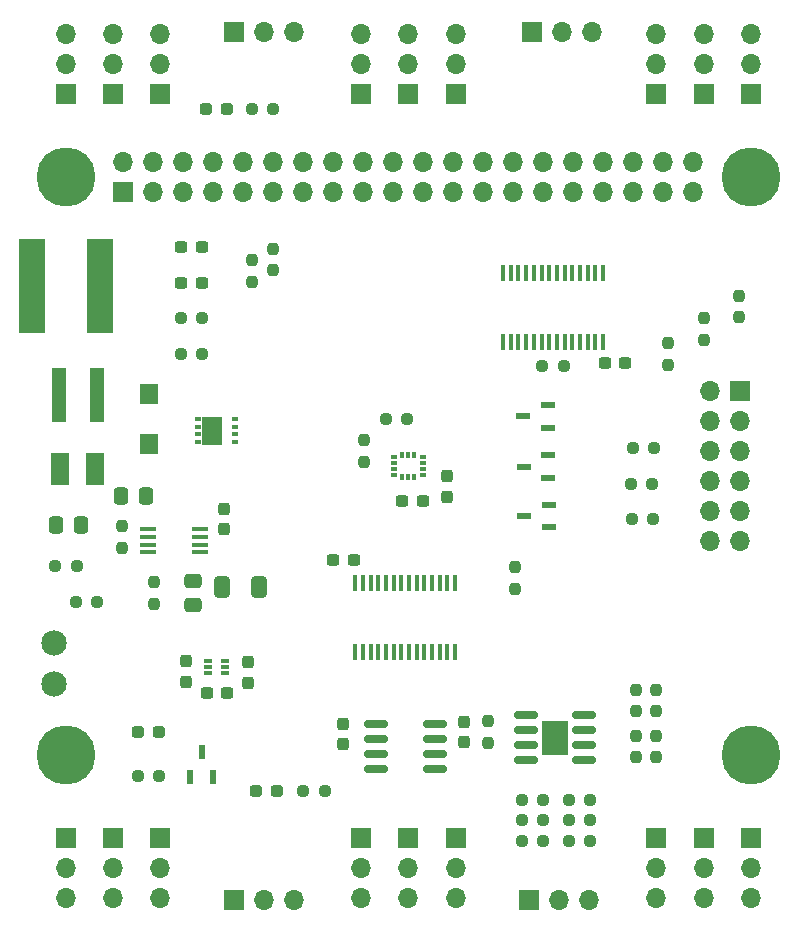
<source format=gbr>
%TF.GenerationSoftware,KiCad,Pcbnew,8.0.6-8.0.6-0~ubuntu24.04.1*%
%TF.CreationDate,2024-11-11T20:35:34-05:00*%
%TF.ProjectId,Hexapod_bot,48657861-706f-4645-9f62-6f742e6b6963,rev?*%
%TF.SameCoordinates,Original*%
%TF.FileFunction,Soldermask,Top*%
%TF.FilePolarity,Negative*%
%FSLAX46Y46*%
G04 Gerber Fmt 4.6, Leading zero omitted, Abs format (unit mm)*
G04 Created by KiCad (PCBNEW 8.0.6-8.0.6-0~ubuntu24.04.1) date 2024-11-11 20:35:34*
%MOMM*%
%LPD*%
G01*
G04 APERTURE LIST*
G04 Aperture macros list*
%AMRoundRect*
0 Rectangle with rounded corners*
0 $1 Rounding radius*
0 $2 $3 $4 $5 $6 $7 $8 $9 X,Y pos of 4 corners*
0 Add a 4 corners polygon primitive as box body*
4,1,4,$2,$3,$4,$5,$6,$7,$8,$9,$2,$3,0*
0 Add four circle primitives for the rounded corners*
1,1,$1+$1,$2,$3*
1,1,$1+$1,$4,$5*
1,1,$1+$1,$6,$7*
1,1,$1+$1,$8,$9*
0 Add four rect primitives between the rounded corners*
20,1,$1+$1,$2,$3,$4,$5,0*
20,1,$1+$1,$4,$5,$6,$7,0*
20,1,$1+$1,$6,$7,$8,$9,0*
20,1,$1+$1,$8,$9,$2,$3,0*%
G04 Aperture macros list end*
%ADD10RoundRect,0.237500X-0.237500X0.300000X-0.237500X-0.300000X0.237500X-0.300000X0.237500X0.300000X0*%
%ADD11R,1.600200X2.692400*%
%ADD12RoundRect,0.250000X-0.337500X-0.475000X0.337500X-0.475000X0.337500X0.475000X-0.337500X0.475000X0*%
%ADD13R,1.700000X1.700000*%
%ADD14O,1.700000X1.700000*%
%ADD15RoundRect,0.237500X-0.237500X0.250000X-0.237500X-0.250000X0.237500X-0.250000X0.237500X0.250000X0*%
%ADD16R,1.270000X0.558800*%
%ADD17RoundRect,0.250000X0.475000X-0.337500X0.475000X0.337500X-0.475000X0.337500X-0.475000X-0.337500X0*%
%ADD18RoundRect,0.237500X0.250000X0.237500X-0.250000X0.237500X-0.250000X-0.237500X0.250000X-0.237500X0*%
%ADD19RoundRect,0.237500X0.237500X-0.250000X0.237500X0.250000X-0.237500X0.250000X-0.237500X-0.250000X0*%
%ADD20R,1.625600X1.727200*%
%ADD21R,1.295400X4.597400*%
%ADD22RoundRect,0.237500X-0.250000X-0.237500X0.250000X-0.237500X0.250000X0.237500X-0.250000X0.237500X0*%
%ADD23RoundRect,0.150000X-0.825000X-0.150000X0.825000X-0.150000X0.825000X0.150000X-0.825000X0.150000X0*%
%ADD24C,2.154000*%
%ADD25RoundRect,0.237500X0.300000X0.237500X-0.300000X0.237500X-0.300000X-0.237500X0.300000X-0.237500X0*%
%ADD26R,0.670001X0.299999*%
%ADD27RoundRect,0.237500X-0.300000X-0.237500X0.300000X-0.237500X0.300000X0.237500X-0.300000X0.237500X0*%
%ADD28C,2.900000*%
%ADD29C,5.000000*%
%ADD30RoundRect,0.237500X0.237500X-0.300000X0.237500X0.300000X-0.237500X0.300000X-0.237500X-0.300000X0*%
%ADD31R,0.576580X0.351536*%
%ADD32R,0.351536X0.576580*%
%ADD33R,0.558800X1.270000*%
%ADD34R,0.609600X0.304800*%
%ADD35R,1.778000X2.438400*%
%ADD36R,2.209800X8.001000*%
%ADD37R,1.371600X0.457200*%
%ADD38R,0.355600X1.473200*%
%ADD39RoundRect,0.237500X-0.287500X-0.237500X0.287500X-0.237500X0.287500X0.237500X-0.287500X0.237500X0*%
%ADD40RoundRect,0.237500X0.287500X0.237500X-0.287500X0.237500X-0.287500X-0.237500X0.287500X-0.237500X0*%
%ADD41RoundRect,0.250000X0.337500X0.475000X-0.337500X0.475000X-0.337500X-0.475000X0.337500X-0.475000X0*%
%ADD42RoundRect,0.250000X-0.412500X-0.650000X0.412500X-0.650000X0.412500X0.650000X-0.412500X0.650000X0*%
%ADD43R,2.290000X3.000000*%
G04 APERTURE END LIST*
D10*
%TO.C,C11*%
X33750000Y-46137500D03*
X33750000Y-47862500D03*
%TD*%
D11*
%TO.C,C2*%
X-498600Y-24750000D03*
X2498600Y-24750000D03*
%TD*%
D10*
%TO.C,C3*%
X10200000Y-41037500D03*
X10200000Y-42762500D03*
%TD*%
D12*
%TO.C,C5*%
X-825000Y-29500000D03*
X1250000Y-29500000D03*
%TD*%
D13*
%TO.C,J21*%
X58000000Y-56000000D03*
D14*
X58000000Y-58540000D03*
X58000000Y-61080000D03*
%TD*%
D15*
%TO.C,R1*%
X15750000Y-7087500D03*
X15750000Y-8912500D03*
%TD*%
D16*
%TO.C,Q3*%
X40832800Y-25500000D03*
X40832800Y-23595000D03*
X38750000Y-24547500D03*
%TD*%
D17*
%TO.C,C8*%
X10750000Y-36287500D03*
X10750000Y-34212500D03*
%TD*%
D18*
%TO.C,R22*%
X40412500Y-56250000D03*
X38587500Y-56250000D03*
%TD*%
D19*
%TO.C,R45*%
X54000000Y-13825000D03*
X54000000Y-12000000D03*
%TD*%
D13*
%TO.C,J17*%
X29000000Y-56000000D03*
D14*
X29000000Y-58540000D03*
X29000000Y-61080000D03*
%TD*%
D20*
%TO.C,D3*%
X7000000Y-18366400D03*
X7000000Y-22633600D03*
%TD*%
D15*
%TO.C,R14*%
X7500000Y-34337500D03*
X7500000Y-36162500D03*
%TD*%
D13*
%TO.C,J13*%
X0Y-56000000D03*
D14*
X0Y-58540000D03*
X0Y-61080000D03*
%TD*%
D19*
%TO.C,R11*%
X4750000Y-31412500D03*
X4750000Y-29587500D03*
%TD*%
D18*
%TO.C,R51*%
X11550000Y-15000000D03*
X9725000Y-15000000D03*
%TD*%
D21*
%TO.C,L1*%
X2600200Y-18500000D03*
X-600200Y-18500000D03*
%TD*%
D22*
%TO.C,R24*%
X38587500Y-54500000D03*
X40412500Y-54500000D03*
%TD*%
%TO.C,R49*%
X27087500Y-20500000D03*
X28912500Y-20500000D03*
%TD*%
%TO.C,R20*%
X42587500Y-56250000D03*
X44412500Y-56250000D03*
%TD*%
D13*
%TO.C,J7*%
X25000000Y7000000D03*
D14*
X25000000Y9540000D03*
X25000000Y12080000D03*
%TD*%
D22*
%TO.C,R12*%
X-912500Y-33000000D03*
X912500Y-33000000D03*
%TD*%
D15*
%TO.C,R23*%
X35750000Y-46087500D03*
X35750000Y-47912500D03*
%TD*%
D23*
%TO.C,U4*%
X26275000Y-46345000D03*
X26275000Y-47615000D03*
X26275000Y-48885000D03*
X26275000Y-50155000D03*
X31225000Y-50155000D03*
X31225000Y-48885000D03*
X31225000Y-47615000D03*
X31225000Y-46345000D03*
%TD*%
D18*
%TO.C,R41*%
X49750000Y-29000000D03*
X47925000Y-29000000D03*
%TD*%
D13*
%TO.C,J16*%
X25000000Y-56000000D03*
D14*
X25000000Y-58540000D03*
X25000000Y-61080000D03*
%TD*%
D24*
%TO.C,J3*%
X-1000000Y-43000000D03*
X-1000000Y-39500000D03*
%TD*%
D13*
%TO.C,J24*%
X14225000Y-61225000D03*
D14*
X16765000Y-61225000D03*
X19305000Y-61225000D03*
%TD*%
D25*
%TO.C,C14*%
X24362500Y-32500000D03*
X22637500Y-32500000D03*
%TD*%
D19*
%TO.C,R2*%
X17500000Y-7912500D03*
X17500000Y-6087500D03*
%TD*%
D26*
%TO.C,U2*%
X12019998Y-40999999D03*
X12019998Y-41499998D03*
X12019998Y-42000000D03*
X13500000Y-42000000D03*
X13500000Y-41499998D03*
X13500000Y-40999999D03*
%TD*%
D22*
%TO.C,R10*%
X6087500Y-50750000D03*
X7912500Y-50750000D03*
%TD*%
%TO.C,R28*%
X38587500Y-52750000D03*
X40412500Y-52750000D03*
%TD*%
D16*
%TO.C,Q2*%
X40874200Y-29702500D03*
X40874200Y-27797500D03*
X38791400Y-28750000D03*
%TD*%
D15*
%TO.C,R21*%
X50000000Y-47337500D03*
X50000000Y-49162500D03*
%TD*%
D22*
%TO.C,R3*%
X15750000Y5750000D03*
X17575000Y5750000D03*
%TD*%
D13*
%TO.C,J11*%
X54000000Y7000000D03*
D14*
X54000000Y9540000D03*
X54000000Y12080000D03*
%TD*%
D19*
%TO.C,R50*%
X25250000Y-24162500D03*
X25250000Y-22337500D03*
%TD*%
D27*
%TO.C,C15*%
X28500000Y-27500000D03*
X30225000Y-27500000D03*
%TD*%
D13*
%TO.C,J9*%
X33000000Y7000000D03*
D14*
X33000000Y9540000D03*
X33000000Y12080000D03*
%TD*%
D22*
%TO.C,R25*%
X42587500Y-54500000D03*
X44412500Y-54500000D03*
%TD*%
%TO.C,R16*%
X9725000Y-12000000D03*
X11550000Y-12000000D03*
%TD*%
D15*
%TO.C,R19*%
X50000000Y-43425000D03*
X50000000Y-45250000D03*
%TD*%
D19*
%TO.C,R44*%
X51000000Y-15912500D03*
X51000000Y-14087500D03*
%TD*%
D10*
%TO.C,C12*%
X23500000Y-46337500D03*
X23500000Y-48062500D03*
%TD*%
D13*
%TO.C,J8*%
X29000000Y7000000D03*
D14*
X29000000Y9540000D03*
X29000000Y12080000D03*
%TD*%
D28*
%TO.C,H4*%
X58000000Y-49000000D03*
D29*
X58000000Y-49000000D03*
%TD*%
D30*
%TO.C,C1*%
X13409600Y-29862500D03*
X13409600Y-28137500D03*
%TD*%
D28*
%TO.C,H1*%
X0Y0D03*
D29*
X0Y0D03*
%TD*%
D13*
%TO.C,J12*%
X58000000Y7000000D03*
D14*
X58000000Y9540000D03*
X58000000Y12080000D03*
%TD*%
D31*
%TO.C,U8*%
X27789700Y-23749999D03*
X27789700Y-24250000D03*
X27789700Y-24750000D03*
X27789700Y-25250001D03*
D32*
X28500001Y-25456300D03*
X29000000Y-25456300D03*
X29499999Y-25456300D03*
D31*
X30210300Y-25250001D03*
X30210300Y-24750000D03*
X30210300Y-24250000D03*
X30210300Y-23749999D03*
D32*
X29499999Y-23543700D03*
X29000000Y-23543700D03*
X28500001Y-23543700D03*
%TD*%
D33*
%TO.C,Q1*%
X10547500Y-50832800D03*
X12452500Y-50832800D03*
X11500000Y-48750000D03*
%TD*%
D13*
%TO.C,J22*%
X14225000Y12275000D03*
D14*
X16765000Y12275000D03*
X19305000Y12275000D03*
%TD*%
D18*
%TO.C,R27*%
X44412500Y-52750000D03*
X42587500Y-52750000D03*
%TD*%
D27*
%TO.C,C13*%
X47362500Y-15750000D03*
X45637500Y-15750000D03*
%TD*%
%TO.C,C9*%
X9775000Y-9000000D03*
X11500000Y-9000000D03*
%TD*%
D19*
%TO.C,R46*%
X57000000Y-11912500D03*
X57000000Y-10087500D03*
%TD*%
D18*
%TO.C,R18*%
X21912500Y-52000000D03*
X20087500Y-52000000D03*
%TD*%
D15*
%TO.C,R48*%
X38000000Y-33087500D03*
X38000000Y-34912500D03*
%TD*%
D28*
%TO.C,H2*%
X58000000Y0D03*
D29*
X58000000Y0D03*
%TD*%
D27*
%TO.C,C10*%
X9775000Y-6000000D03*
X11500000Y-6000000D03*
%TD*%
D34*
%TO.C,U3*%
X14299400Y-22474999D03*
X14299400Y-21825001D03*
X14299400Y-21174999D03*
X14299400Y-20525001D03*
X11200600Y-20525001D03*
X11200600Y-21174999D03*
X11200600Y-21825001D03*
X11200600Y-22474999D03*
D35*
X12394400Y-21500000D03*
%TD*%
D36*
%TO.C,L2*%
X2857500Y-9250000D03*
X-2857500Y-9250000D03*
%TD*%
D37*
%TO.C,U1*%
X6962500Y-29850002D03*
X6962500Y-30500000D03*
X6962500Y-31150002D03*
X6962500Y-31800000D03*
X11356700Y-31800000D03*
X11356700Y-31150002D03*
X11356700Y-30500000D03*
X11356700Y-29850002D03*
%TD*%
D13*
%TO.C,J4*%
X0Y7000000D03*
D14*
X0Y9540000D03*
X0Y12080000D03*
%TD*%
D13*
%TO.C,J20*%
X54000000Y-56000000D03*
D14*
X54000000Y-58540000D03*
X54000000Y-61080000D03*
%TD*%
D38*
%TO.C,U7*%
X24500001Y-40250000D03*
X25150002Y-40250000D03*
X25800001Y-40250000D03*
X26450002Y-40250000D03*
X27100000Y-40250000D03*
X27750002Y-40250000D03*
X28400000Y-40250000D03*
X29049999Y-40250000D03*
X29700000Y-40250000D03*
X30349999Y-40250000D03*
X31000000Y-40250000D03*
X31649999Y-40250000D03*
X32300000Y-40250000D03*
X32949999Y-40250000D03*
X32950001Y-34408000D03*
X32300000Y-34408000D03*
X31650001Y-34408000D03*
X31000000Y-34408000D03*
X30350002Y-34408000D03*
X29700000Y-34408000D03*
X29050002Y-34408000D03*
X28400000Y-34408000D03*
X27750002Y-34408000D03*
X27100000Y-34408000D03*
X26450002Y-34408000D03*
X25800001Y-34408000D03*
X25150002Y-34408000D03*
X24500001Y-34408000D03*
%TD*%
D39*
%TO.C,D1*%
X11875000Y5750000D03*
X13625000Y5750000D03*
%TD*%
D13*
%TO.C,J18*%
X33000000Y-56000000D03*
D14*
X33000000Y-58540000D03*
X33000000Y-61080000D03*
%TD*%
D40*
%TO.C,D2*%
X7875000Y-47000000D03*
X6125000Y-47000000D03*
%TD*%
D41*
%TO.C,C6*%
X6750000Y-27000000D03*
X4675000Y-27000000D03*
%TD*%
D18*
%TO.C,R42*%
X49662500Y-26000000D03*
X47837500Y-26000000D03*
%TD*%
D15*
%TO.C,R17*%
X48250000Y-43425000D03*
X48250000Y-45250000D03*
%TD*%
D10*
%TO.C,C16*%
X32250000Y-25387500D03*
X32250000Y-27112500D03*
%TD*%
D13*
%TO.C,J25*%
X39225000Y-61225000D03*
D14*
X41765000Y-61225000D03*
X44305000Y-61225000D03*
%TD*%
D13*
%TO.C,J5*%
X4000000Y7000000D03*
D14*
X4000000Y9540000D03*
X4000000Y12080000D03*
%TD*%
D13*
%TO.C,J15*%
X8000000Y-56000000D03*
D14*
X8000000Y-58540000D03*
X8000000Y-61080000D03*
%TD*%
D13*
%TO.C,J6*%
X8000000Y7000000D03*
D14*
X8000000Y9540000D03*
X8000000Y12080000D03*
%TD*%
D28*
%TO.C,H3*%
X0Y-49000000D03*
D29*
X0Y-49000000D03*
%TD*%
D18*
%TO.C,R43*%
X48000000Y-23000000D03*
X49825000Y-23000000D03*
%TD*%
D14*
%TO.C,J2*%
X54500000Y-30875000D03*
X57040000Y-30875000D03*
X54500000Y-28335000D03*
X57040000Y-28335000D03*
X54500000Y-25795000D03*
X57040000Y-25795000D03*
X54500000Y-23255000D03*
X57040000Y-23255000D03*
X54500000Y-20715000D03*
X57040000Y-20715000D03*
X54500000Y-18175000D03*
D13*
X57040000Y-18175000D03*
%TD*%
D18*
%TO.C,R47*%
X40337500Y-16000000D03*
X42162500Y-16000000D03*
%TD*%
D39*
%TO.C,D4*%
X16125000Y-52000000D03*
X17875000Y-52000000D03*
%TD*%
D42*
%TO.C,R15*%
X13187500Y-34750000D03*
X16312500Y-34750000D03*
%TD*%
D25*
%TO.C,C7*%
X13662500Y-43700000D03*
X11937500Y-43700000D03*
%TD*%
D13*
%TO.C,J23*%
X39500000Y12250000D03*
D14*
X42040000Y12250000D03*
X44580000Y12250000D03*
%TD*%
D13*
%TO.C,J10*%
X50000000Y7000000D03*
D14*
X50000000Y9540000D03*
X50000000Y12080000D03*
%TD*%
D13*
%TO.C,J1*%
X4870000Y-1290000D03*
D14*
X4870000Y1250000D03*
X7410000Y-1290000D03*
X7410000Y1250000D03*
X9950000Y-1290000D03*
X9950000Y1250000D03*
X12490000Y-1290000D03*
X12490000Y1250000D03*
X15030000Y-1290000D03*
X15030000Y1250000D03*
X17570000Y-1290000D03*
X17570000Y1250000D03*
X20110000Y-1290000D03*
X20110000Y1250000D03*
X22650000Y-1290000D03*
X22650000Y1250000D03*
X25190000Y-1290000D03*
X25190000Y1250000D03*
X27730000Y-1290000D03*
X27730000Y1250000D03*
X30270000Y-1290000D03*
X30270000Y1250000D03*
X32810000Y-1290000D03*
X32810000Y1250000D03*
X35350000Y-1290000D03*
X35350000Y1250000D03*
X37890000Y-1290000D03*
X37890000Y1250000D03*
X40430000Y-1290000D03*
X40430000Y1250000D03*
X42970000Y-1290000D03*
X42970000Y1250000D03*
X45510000Y-1290000D03*
X45510000Y1250000D03*
X48050000Y-1290000D03*
X48050000Y1250000D03*
X50590000Y-1290000D03*
X50590000Y1250000D03*
X53130000Y-1290000D03*
X53130000Y1250000D03*
%TD*%
D10*
%TO.C,C4*%
X15400000Y-41137500D03*
X15400000Y-42862500D03*
%TD*%
D13*
%TO.C,J19*%
X50000000Y-56000000D03*
D14*
X50000000Y-58540000D03*
X50000000Y-61080000D03*
%TD*%
D15*
%TO.C,R26*%
X48250000Y-47337500D03*
X48250000Y-49162500D03*
%TD*%
D38*
%TO.C,U6*%
X45475000Y-14000000D03*
X44824999Y-14000000D03*
X44175000Y-14000000D03*
X43524999Y-14000000D03*
X42875001Y-14000000D03*
X42224999Y-14000000D03*
X41575001Y-14000000D03*
X40924999Y-14000000D03*
X40275001Y-14000000D03*
X39624999Y-14000000D03*
X38975001Y-14000000D03*
X38325000Y-14000000D03*
X37675001Y-14000000D03*
X37025000Y-14000000D03*
X37025002Y-8158000D03*
X37675001Y-8158000D03*
X38325002Y-8158000D03*
X38975001Y-8158000D03*
X39625002Y-8158000D03*
X40275001Y-8158000D03*
X40925002Y-8158000D03*
X41575001Y-8158000D03*
X42224999Y-8158000D03*
X42875001Y-8158000D03*
X43524999Y-8158000D03*
X44175000Y-8158000D03*
X44824999Y-8158000D03*
X45475000Y-8158000D03*
%TD*%
D16*
%TO.C,Q4*%
X40791400Y-21250000D03*
X40791400Y-19345000D03*
X38708600Y-20297500D03*
%TD*%
D23*
%TO.C,U5*%
X38955000Y-45595000D03*
X38955000Y-46865000D03*
X38955000Y-48135000D03*
X38955000Y-49405000D03*
X43905000Y-49405000D03*
X43905000Y-48135000D03*
X43905000Y-46865000D03*
X43905000Y-45595000D03*
D43*
X41430000Y-47500000D03*
%TD*%
D22*
%TO.C,R13*%
X837500Y-36000000D03*
X2662500Y-36000000D03*
%TD*%
D13*
%TO.C,J14*%
X4000000Y-56000000D03*
D14*
X4000000Y-58540000D03*
X4000000Y-61080000D03*
%TD*%
M02*

</source>
